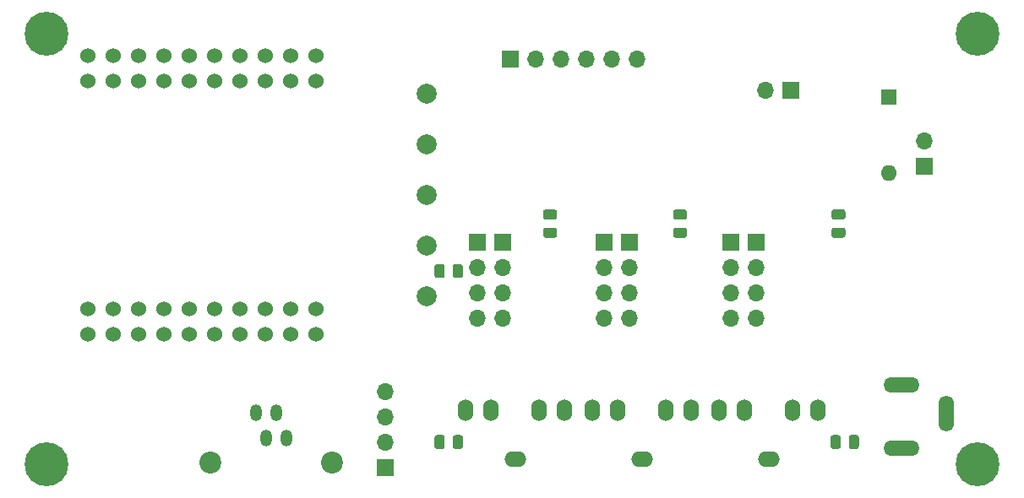
<source format=gbr>
%TF.GenerationSoftware,KiCad,Pcbnew,(5.1.10)-1*%
%TF.CreationDate,2021-09-25T03:13:22+01:00*%
%TF.ProjectId,EnergyMonitor,456e6572-6779-44d6-9f6e-69746f722e6b,v1.0*%
%TF.SameCoordinates,Original*%
%TF.FileFunction,Soldermask,Bot*%
%TF.FilePolarity,Negative*%
%FSLAX46Y46*%
G04 Gerber Fmt 4.6, Leading zero omitted, Abs format (unit mm)*
G04 Created by KiCad (PCBNEW (5.1.10)-1) date 2021-09-25 03:13:22*
%MOMM*%
%LPD*%
G01*
G04 APERTURE LIST*
%ADD10O,1.700000X1.700000*%
%ADD11R,1.700000X1.700000*%
%ADD12C,2.000000*%
%ADD13C,4.400000*%
%ADD14C,0.700000*%
%ADD15O,1.524000X2.200000*%
%ADD16O,2.200000X1.524000*%
%ADD17O,1.524000X3.600000*%
%ADD18O,3.600000X1.524000*%
%ADD19O,1.600000X1.600000*%
%ADD20R,1.600000X1.600000*%
%ADD21O,1.200000X1.700000*%
%ADD22C,2.200000*%
%ADD23C,1.524000*%
G04 APERTURE END LIST*
D10*
%TO.C,J17*%
X112522000Y-81280000D03*
X109982000Y-81280000D03*
X107442000Y-81280000D03*
X104902000Y-81280000D03*
X102362000Y-81280000D03*
D11*
X99822000Y-81280000D03*
%TD*%
%TO.C,R34*%
G36*
G01*
X94062500Y-120147502D02*
X94062500Y-119247498D01*
G75*
G02*
X94312498Y-118997500I249998J0D01*
G01*
X94837502Y-118997500D01*
G75*
G02*
X95087500Y-119247498I0J-249998D01*
G01*
X95087500Y-120147502D01*
G75*
G02*
X94837502Y-120397500I-249998J0D01*
G01*
X94312498Y-120397500D01*
G75*
G02*
X94062500Y-120147502I0J249998D01*
G01*
G37*
G36*
G01*
X92237500Y-120147502D02*
X92237500Y-119247498D01*
G75*
G02*
X92487498Y-118997500I249998J0D01*
G01*
X93012502Y-118997500D01*
G75*
G02*
X93262500Y-119247498I0J-249998D01*
G01*
X93262500Y-120147502D01*
G75*
G02*
X93012502Y-120397500I-249998J0D01*
G01*
X92487498Y-120397500D01*
G75*
G02*
X92237500Y-120147502I0J249998D01*
G01*
G37*
%TD*%
%TO.C,R33*%
G36*
G01*
X132950000Y-119247498D02*
X132950000Y-120147502D01*
G75*
G02*
X132700002Y-120397500I-249998J0D01*
G01*
X132174998Y-120397500D01*
G75*
G02*
X131925000Y-120147502I0J249998D01*
G01*
X131925000Y-119247498D01*
G75*
G02*
X132174998Y-118997500I249998J0D01*
G01*
X132700002Y-118997500D01*
G75*
G02*
X132950000Y-119247498I0J-249998D01*
G01*
G37*
G36*
G01*
X134775000Y-119247498D02*
X134775000Y-120147502D01*
G75*
G02*
X134525002Y-120397500I-249998J0D01*
G01*
X133999998Y-120397500D01*
G75*
G02*
X133750000Y-120147502I0J249998D01*
G01*
X133750000Y-119247498D01*
G75*
G02*
X133999998Y-118997500I249998J0D01*
G01*
X134525002Y-118997500D01*
G75*
G02*
X134775000Y-119247498I0J-249998D01*
G01*
G37*
%TD*%
%TO.C,R32*%
G36*
G01*
X94062500Y-103002502D02*
X94062500Y-102102498D01*
G75*
G02*
X94312498Y-101852500I249998J0D01*
G01*
X94837502Y-101852500D01*
G75*
G02*
X95087500Y-102102498I0J-249998D01*
G01*
X95087500Y-103002502D01*
G75*
G02*
X94837502Y-103252500I-249998J0D01*
G01*
X94312498Y-103252500D01*
G75*
G02*
X94062500Y-103002502I0J249998D01*
G01*
G37*
G36*
G01*
X92237500Y-103002502D02*
X92237500Y-102102498D01*
G75*
G02*
X92487498Y-101852500I249998J0D01*
G01*
X93012502Y-101852500D01*
G75*
G02*
X93262500Y-102102498I0J-249998D01*
G01*
X93262500Y-103002502D01*
G75*
G02*
X93012502Y-103252500I-249998J0D01*
G01*
X92487498Y-103252500D01*
G75*
G02*
X92237500Y-103002502I0J249998D01*
G01*
G37*
%TD*%
%TO.C,R31*%
G36*
G01*
X103372498Y-98190000D02*
X104272502Y-98190000D01*
G75*
G02*
X104522500Y-98439998I0J-249998D01*
G01*
X104522500Y-98965002D01*
G75*
G02*
X104272502Y-99215000I-249998J0D01*
G01*
X103372498Y-99215000D01*
G75*
G02*
X103122500Y-98965002I0J249998D01*
G01*
X103122500Y-98439998D01*
G75*
G02*
X103372498Y-98190000I249998J0D01*
G01*
G37*
G36*
G01*
X103372498Y-96365000D02*
X104272502Y-96365000D01*
G75*
G02*
X104522500Y-96614998I0J-249998D01*
G01*
X104522500Y-97140002D01*
G75*
G02*
X104272502Y-97390000I-249998J0D01*
G01*
X103372498Y-97390000D01*
G75*
G02*
X103122500Y-97140002I0J249998D01*
G01*
X103122500Y-96614998D01*
G75*
G02*
X103372498Y-96365000I249998J0D01*
G01*
G37*
%TD*%
%TO.C,R30*%
G36*
G01*
X116389998Y-98190000D02*
X117290002Y-98190000D01*
G75*
G02*
X117540000Y-98439998I0J-249998D01*
G01*
X117540000Y-98965002D01*
G75*
G02*
X117290002Y-99215000I-249998J0D01*
G01*
X116389998Y-99215000D01*
G75*
G02*
X116140000Y-98965002I0J249998D01*
G01*
X116140000Y-98439998D01*
G75*
G02*
X116389998Y-98190000I249998J0D01*
G01*
G37*
G36*
G01*
X116389998Y-96365000D02*
X117290002Y-96365000D01*
G75*
G02*
X117540000Y-96614998I0J-249998D01*
G01*
X117540000Y-97140002D01*
G75*
G02*
X117290002Y-97390000I-249998J0D01*
G01*
X116389998Y-97390000D01*
G75*
G02*
X116140000Y-97140002I0J249998D01*
G01*
X116140000Y-96614998D01*
G75*
G02*
X116389998Y-96365000I249998J0D01*
G01*
G37*
%TD*%
%TO.C,R15*%
G36*
G01*
X132264998Y-98190000D02*
X133165002Y-98190000D01*
G75*
G02*
X133415000Y-98439998I0J-249998D01*
G01*
X133415000Y-98965002D01*
G75*
G02*
X133165002Y-99215000I-249998J0D01*
G01*
X132264998Y-99215000D01*
G75*
G02*
X132015000Y-98965002I0J249998D01*
G01*
X132015000Y-98439998D01*
G75*
G02*
X132264998Y-98190000I249998J0D01*
G01*
G37*
G36*
G01*
X132264998Y-96365000D02*
X133165002Y-96365000D01*
G75*
G02*
X133415000Y-96614998I0J-249998D01*
G01*
X133415000Y-97140002D01*
G75*
G02*
X133165002Y-97390000I-249998J0D01*
G01*
X132264998Y-97390000D01*
G75*
G02*
X132015000Y-97140002I0J249998D01*
G01*
X132015000Y-96614998D01*
G75*
G02*
X132264998Y-96365000I249998J0D01*
G01*
G37*
%TD*%
D12*
%TO.C,TP5*%
X91440000Y-105092500D03*
%TD*%
%TO.C,TP4*%
X91440000Y-84772500D03*
%TD*%
%TO.C,TP3*%
X91440000Y-89852500D03*
%TD*%
%TO.C,TP2*%
X91440000Y-94932500D03*
%TD*%
%TO.C,TP1*%
X91440000Y-100012500D03*
%TD*%
D10*
%TO.C,J11*%
X141287500Y-89535000D03*
D11*
X141287500Y-92075000D03*
%TD*%
D13*
%TO.C,H4*%
X146685000Y-121920000D03*
D14*
X148335000Y-121920000D03*
X147851726Y-123086726D03*
X146685000Y-123570000D03*
X145518274Y-123086726D03*
X145035000Y-121920000D03*
X145518274Y-120753274D03*
X146685000Y-120270000D03*
X147851726Y-120753274D03*
%TD*%
D13*
%TO.C,H3*%
X53340000Y-121920000D03*
D14*
X54990000Y-121920000D03*
X54506726Y-123086726D03*
X53340000Y-123570000D03*
X52173274Y-123086726D03*
X51690000Y-121920000D03*
X52173274Y-120753274D03*
X53340000Y-120270000D03*
X54506726Y-120753274D03*
%TD*%
D13*
%TO.C,H2*%
X53340000Y-78740000D03*
D14*
X54990000Y-78740000D03*
X54506726Y-79906726D03*
X53340000Y-80390000D03*
X52173274Y-79906726D03*
X51690000Y-78740000D03*
X52173274Y-77573274D03*
X53340000Y-77090000D03*
X54506726Y-77573274D03*
%TD*%
D13*
%TO.C,H1*%
X146685000Y-78740000D03*
D14*
X148335000Y-78740000D03*
X147851726Y-79906726D03*
X146685000Y-80390000D03*
X145518274Y-79906726D03*
X145035000Y-78740000D03*
X145518274Y-77573274D03*
X146685000Y-77090000D03*
X147851726Y-77573274D03*
%TD*%
D15*
%TO.C,J10*%
X128143000Y-116522500D03*
D16*
X125730000Y-121412000D03*
D15*
X130683000Y-116522500D03*
X123317000Y-116522500D03*
X120777000Y-116522500D03*
%TD*%
%TO.C,J8*%
X115443000Y-116522500D03*
D16*
X113030000Y-121412000D03*
D15*
X117983000Y-116522500D03*
X110617000Y-116522500D03*
X108077000Y-116522500D03*
%TD*%
%TO.C,J9*%
X102743000Y-116522500D03*
D16*
X100330000Y-121412000D03*
D15*
X105283000Y-116522500D03*
X97917000Y-116522500D03*
X95377000Y-116522500D03*
%TD*%
D17*
%TO.C,J13*%
X143510000Y-116840000D03*
D18*
X139065000Y-120332500D03*
X139065000Y-113982500D03*
%TD*%
D19*
%TO.C,D1*%
X137795000Y-92710000D03*
D20*
X137795000Y-85090000D03*
%TD*%
D10*
%TO.C,J6*%
X124460000Y-107315000D03*
X124460000Y-104775000D03*
X124460000Y-102235000D03*
D11*
X124460000Y-99695000D03*
%TD*%
D10*
%TO.C,J5*%
X111760000Y-107315000D03*
X111760000Y-104775000D03*
X111760000Y-102235000D03*
D11*
X111760000Y-99695000D03*
%TD*%
D10*
%TO.C,J3*%
X121920000Y-107315000D03*
X121920000Y-104775000D03*
X121920000Y-102235000D03*
D11*
X121920000Y-99695000D03*
%TD*%
D10*
%TO.C,J2*%
X109220000Y-107315000D03*
X109220000Y-104775000D03*
X109220000Y-102235000D03*
D11*
X109220000Y-99695000D03*
%TD*%
D10*
%TO.C,J4*%
X99060000Y-107315000D03*
X99060000Y-104775000D03*
X99060000Y-102235000D03*
D11*
X99060000Y-99695000D03*
%TD*%
D10*
%TO.C,J1*%
X96520000Y-107315000D03*
X96520000Y-104775000D03*
X96520000Y-102235000D03*
D11*
X96520000Y-99695000D03*
%TD*%
D21*
%TO.C,J16*%
X74382500Y-116785000D03*
X75382500Y-119285000D03*
X76382500Y-116785000D03*
X77382500Y-119285000D03*
D22*
X69782500Y-121785000D03*
X81982500Y-121785000D03*
%TD*%
D23*
%TO.C,U1*%
X57467500Y-108902500D03*
X60007500Y-108902500D03*
X62547500Y-108902500D03*
X65087500Y-108902500D03*
X67627500Y-108902500D03*
X70167500Y-108902500D03*
X72707500Y-108902500D03*
X75247500Y-108902500D03*
X77787500Y-108902500D03*
X80327500Y-108902500D03*
X57467500Y-106362500D03*
X60007500Y-106362500D03*
X62547500Y-106362500D03*
X65087500Y-106362500D03*
X67627500Y-106362500D03*
X70167500Y-106362500D03*
X72707500Y-106362500D03*
X75247500Y-106362500D03*
X77787500Y-106362500D03*
X80327500Y-106362500D03*
X57467500Y-80962500D03*
X60007500Y-80962500D03*
X62547500Y-80962500D03*
X65087500Y-80962500D03*
X67627500Y-80962500D03*
X70167500Y-80962500D03*
X72707500Y-80962500D03*
X75247500Y-80962500D03*
X77787500Y-80962500D03*
X80327500Y-80962500D03*
X57467500Y-83502500D03*
X60007500Y-83502500D03*
X62547500Y-83502500D03*
X65087500Y-83502500D03*
X67627500Y-83502500D03*
X70167500Y-83502500D03*
X72707500Y-83502500D03*
X75247500Y-83502500D03*
X77787500Y-83502500D03*
X80327500Y-83502500D03*
%TD*%
D10*
%TO.C,J15*%
X87312500Y-114617500D03*
X87312500Y-117157500D03*
X87312500Y-119697500D03*
D11*
X87312500Y-122237500D03*
%TD*%
D10*
%TO.C,J7*%
X125412500Y-84455000D03*
D11*
X127952500Y-84455000D03*
%TD*%
M02*

</source>
